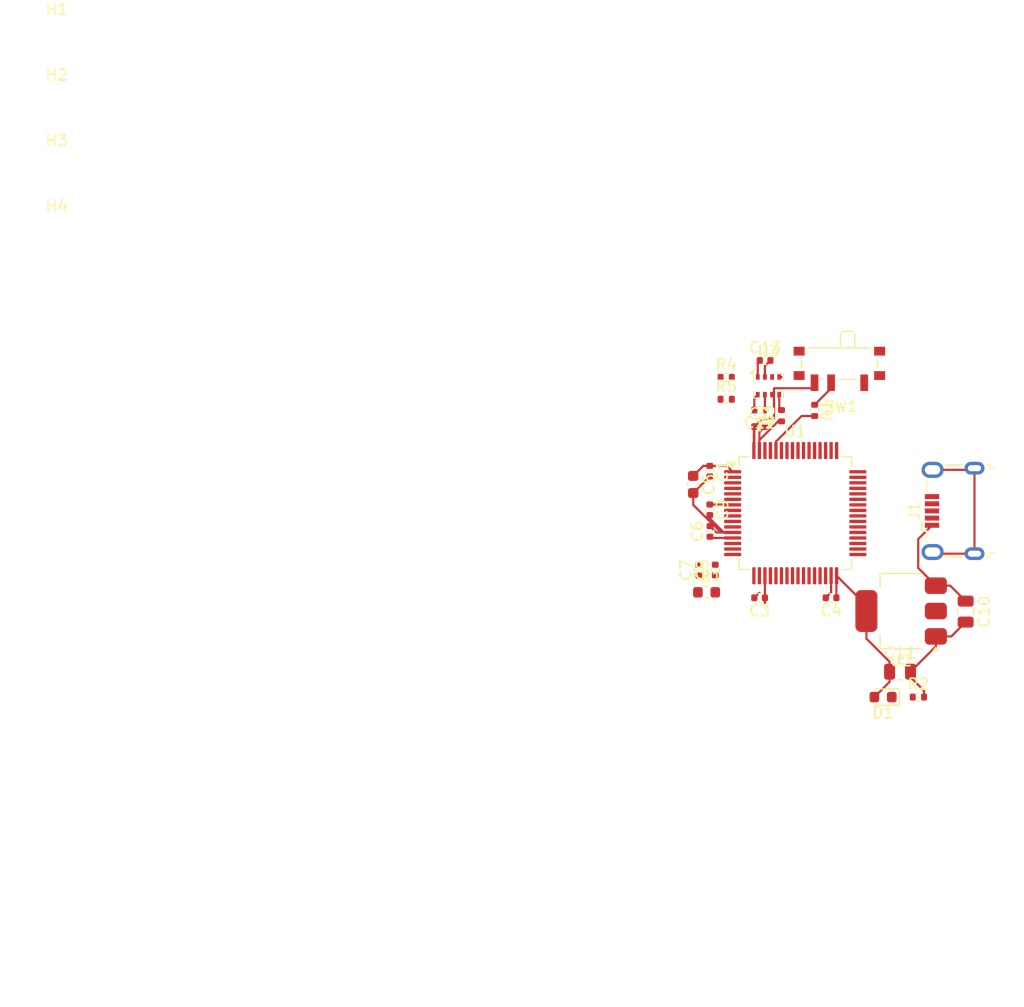
<source format=kicad_pcb>
(kicad_pcb (version 20241229) (generator "pcbnew") (generator_version "9.0")
  (layers (0 "F.Cu" signal) (2 "B.Cu" signal) (13 "F.Paste" user) (15 "B.Paste" user) (5 "F.SilkS" user "F.Silkscreen") (7 "B.SilkS" user "B.Silkscreen") (1 "F.Mask" user) (3 "B.Mask" user) (25 "Edge.Cuts" user))
  (net 0 "")
  (net 1 "GND")
  (net 2 "+3.3V")
  (net 3 "+3.3VA")
  (net 4 "/NRST")
  (net 5 "VBUS")
  (net 6 "Net-(D1-K)")
  (net 7 "/USB_OTG_FS_DM-")
  (net 8 "/USB_OTG_FS_DP+")
  (net 10 "/BOOT0")
  (net 11 "/SW_BOOT0")
  (net 12 "Net-(U3-SDO)")
  (net 13 "/I2C1_SCL")
  (net 14 "/I2C1_SDA")
  (footprint "Button_Switch_SMD:SW_SPDT_PCM12" (layer "F.Cu") (at 142.25 97.57 180)
    (property "Reference" "SW1" (at -0.14 -3.57 0) (layer "F.SilkS"))
    (property "Value" "SW_SPDT")
    (fp_line (start 3.45 0.72) (end 3.45 -0.07) (stroke (width 0.12)) (layer "F.SilkS"))
    (fp_line (start 1.4 -1.12) (end 1.6 -1.12) (stroke (width 0.12)) (layer "F.SilkS"))
    (fp_line (start -0.1 3.02) (end -0.1 1.73) (stroke (width 0.12)) (layer "F.SilkS"))
    (fp_line (start -0.1 3.02) (end -0.3 3.23) (stroke (width 0.12)) (layer "F.SilkS"))
    (fp_line (start -1.2 3.23) (end -0.3 3.23) (stroke (width 0.12)) (layer "F.SilkS"))
    (fp_line (start -1.4 3.02) (end -1.2 3.23) (stroke (width 0.12)) (layer "F.SilkS"))
    (fp_line (start -1.4 1.73) (end -1.4 3.02) (stroke (width 0.12)) (layer "F.SilkS"))
    (fp_line (start -1.6 -1.12) (end 0.1 -1.12) (stroke (width 0.12)) (layer "F.SilkS"))
    (fp_line (start -2.85 1.73) (end 2.85 1.73) (stroke (width 0.12)) (layer "F.SilkS"))
    (fp_line (start -3.45 -0.07) (end -3.45 0.72) (stroke (width 0.12)) (layer "F.SilkS"))
    (pad "" smd rect (at -3.65 -0.78 180) (size 1 0.8) (layers "F.Cu" "F.Mask" "F.Paste"))
    (pad "" smd rect (at -3.65 1.43 180) (size 1 0.8) (layers "F.Cu" "F.Mask" "F.Paste"))
    (pad "" np_thru_hole circle (at -1.5 0.33 180) (size 0.9 0.9) (drill 0.9) (layers "*.Cu" "*.Mask"))
    (pad "" np_thru_hole circle (at 1.5 0.33 180) (size 0.9 0.9) (drill 0.9) (layers "*.Cu" "*.Mask"))
    (pad "" smd rect (at 3.65 -0.78 180) (size 1 0.8) (layers "F.Cu" "F.Mask" "F.Paste"))
    (pad "" smd rect (at 3.65 1.43 180) (size 1 0.8) (layers "F.Cu" "F.Mask" "F.Paste"))
    (pad "1" smd rect (at -2.25 -1.43 180) (size 0.7 1.5) (layers "F.Cu" "F.Mask" "F.Paste") (net 1 "GND"))
    (pad "2" smd rect (at 0.75 -1.43 180) (size 0.7 1.5) (layers "F.Cu" "F.Mask" "F.Paste") (net 11 "/SW_BOOT0"))
    (pad "3" smd rect (at 2.25 -1.43 180) (size 0.7 1.5) (layers "F.Cu" "F.Mask" "F.Paste") (net 2 "+3.3V"))
  )
  (footprint "MountingHole:MountingHole_2.2mm_M2" (layer "F.Cu") (at 71.3 68.3)
    (property "Reference" "H1" (at 0 -3.15 0) (layer "F.SilkS"))
    (property "Value" "MountingHole")
    (pad "" np_thru_hole circle (at 0 0) (size 2.2 2.2) (drill 2.2) (layers "*.Cu" "*.Mask"))
  )
  (footprint "Capacitor_SMD:C_0402_1005Metric" (layer "F.Cu") (at 131 115.98 90)
    (property "Reference" "C8" (at 0 -1.16 90) (layer "F.SilkS"))
    (property "Value" "1u")
    (fp_line (start -0.107836 -0.36) (end 0.107836 -0.36) (stroke (width 0.12)) (layer "F.SilkS"))
    (fp_line (start -0.107836 0.36) (end 0.107836 0.36) (stroke (width 0.12)) (layer "F.SilkS"))
    (pad "1" smd roundrect (at -0.48 0 90) (size 0.56 0.62) (layers "F.Cu" "F.Mask" "F.Paste") (net 2 "+3.3V"))
    (pad "2" smd roundrect (at 0.48 0 90) (size 0.56 0.62) (layers "F.Cu" "F.Mask" "F.Paste") (net 1 "GND"))
  )
  (footprint "Capacitor_SMD:C_0603_1608Metric" (layer "F.Cu") (at 129 108.225 -90)
    (property "Reference" "C5" (at 0 -1.43 90) (layer "F.SilkS"))
    (property "Value" "10u")
    (fp_line (start -0.14058 0.51) (end 0.14058 0.51) (stroke (width 0.12)) (layer "F.SilkS"))
    (fp_line (start -0.14058 -0.51) (end 0.14058 -0.51) (stroke (width 0.12)) (layer "F.SilkS"))
    (pad "1" smd roundrect (at -0.775 0 270) (size 0.9 0.95) (layers "F.Cu" "F.Mask" "F.Paste") (net 2 "+3.3V"))
    (pad "2" smd roundrect (at 0.775 0 270) (size 0.9 0.95) (layers "F.Cu" "F.Mask" "F.Paste") (net 1 "GND"))
  )
  (footprint "Package_QFP:LQFP-64_10x10mm_P0.5mm" (layer "F.Cu") (at 138.25 110.825)
    (property "Reference" "U1" (at 0 -7.4 0) (layer "F.SilkS"))
    (property "Value" "STM32L476RGTx")
    (fp_line (start -5.11 -5.11) (end -5.11 -4.16) (stroke (width 0.12)) (layer "F.SilkS"))
    (fp_line (start -5.11 5.11) (end -5.11 4.16) (stroke (width 0.12)) (layer "F.SilkS"))
    (fp_line (start -4.16 -5.11) (end -5.11 -5.11) (stroke (width 0.12)) (layer "F.SilkS"))
    (fp_line (start -4.16 5.11) (end -5.11 5.11) (stroke (width 0.12)) (layer "F.SilkS"))
    (fp_line (start 4.16 -5.11) (end 5.11 -5.11) (stroke (width 0.12)) (layer "F.SilkS"))
    (fp_line (start 4.16 5.11) (end 5.11 5.11) (stroke (width 0.12)) (layer "F.SilkS"))
    (fp_line (start 5.11 -5.11) (end 5.11 -4.16) (stroke (width 0.12)) (layer "F.SilkS"))
    (fp_line (start 5.11 5.11) (end 5.11 4.16) (stroke (width 0.12)) (layer "F.SilkS"))
    (fp_poly (pts (xy -5.725 -4.16) (xy -6.065 -4.63) (xy -5.385 -4.63)) (stroke (width 0.12)) (fill yes) (layer "F.SilkS"))
    (pad "1" smd roundrect (at -5.675 -3.75) (size 1.55 0.3) (layers "F.Cu" "F.Mask" "F.Paste") (net 2 "+3.3V"))
    (pad "2" smd roundrect (at -5.675 -3.25) (size 1.55 0.3) (layers "F.Cu" "F.Mask" "F.Paste"))
    (pad "3" smd roundrect (at -5.675 -2.75) (size 1.55 0.3) (layers "F.Cu" "F.Mask" "F.Paste"))
    (pad "4" smd roundrect (at -5.675 -2.25) (size 1.55 0.3) (layers "F.Cu" "F.Mask" "F.Paste"))
    (pad "5" smd roundrect (at -5.675 -1.75) (size 1.55 0.3) (layers "F.Cu" "F.Mask" "F.Paste"))
    (pad "6" smd roundrect (at -5.675 -1.25) (size 1.55 0.3) (layers "F.Cu" "F.Mask" "F.Paste"))
    (pad "7" smd roundrect (at -5.675 -0.75) (size 1.55 0.3) (layers "F.Cu" "F.Mask" "F.Paste") (net 4 "/NRST"))
    (pad "8" smd roundrect (at -5.675 -0.25) (size 1.55 0.3) (layers "F.Cu" "F.Mask" "F.Paste"))
    (pad "9" smd roundrect (at -5.675 0.25) (size 1.55 0.3) (layers "F.Cu" "F.Mask" "F.Paste"))
    (pad "10" smd roundrect (at -5.675 0.75) (size 1.55 0.3) (layers "F.Cu" "F.Mask" "F.Paste"))
    (pad "11" smd roundrect (at -5.675 1.25) (size 1.55 0.3) (layers "F.Cu" "F.Mask" "F.Paste"))
    (pad "12" smd roundrect (at -5.675 1.75) (size 1.55 0.3) (layers "F.Cu" "F.Mask" "F.Paste") (net 1 "GND"))
    (pad "13" smd roundrect (at -5.675 2.25) (size 1.55 0.3) (layers "F.Cu" "F.Mask" "F.Paste") (net 3 "+3.3VA"))
    (pad "14" smd roundrect (at -5.675 2.75) (size 1.55 0.3) (layers "F.Cu" "F.Mask" "F.Paste"))
    (pad "15" smd roundrect (at -5.675 3.25) (size 1.55 0.3) (layers "F.Cu" "F.Mask" "F.Paste"))
    (pad "16" smd roundrect (at -5.675 3.75) (size 1.55 0.3) (layers "F.Cu" "F.Mask" "F.Paste"))
    (pad "17" smd roundrect (at -3.75 5.675) (size 0.3 1.55) (layers "F.Cu" "F.Mask" "F.Paste"))
    (pad "18" smd roundrect (at -3.25 5.675) (size 0.3 1.55) (layers "F.Cu" "F.Mask" "F.Paste") (net 1 "GND"))
    (pad "19" smd roundrect (at -2.75 5.675) (size 0.3 1.55) (layers "F.Cu" "F.Mask" "F.Paste") (net 2 "+3.3V"))
    (pad "20" smd roundrect (at -2.25 5.675) (size 0.3 1.55) (layers "F.Cu" "F.Mask" "F.Paste"))
    (pad "21" smd roundrect (at -1.75 5.675) (size 0.3 1.55) (layers "F.Cu" "F.Mask" "F.Paste"))
    (pad "22" smd roundrect (at -1.25 5.675) (size 0.3 1.55) (layers "F.Cu" "F.Mask" "F.Paste"))
    (pad "23" smd roundrect (at -0.75 5.675) (size 0.3 1.55) (layers "F.Cu" "F.Mask" "F.Paste"))
    (pad "24" smd roundrect (at -0.25 5.675) (size 0.3 1.55) (layers "F.Cu" "F.Mask" "F.Paste"))
    (pad "25" smd roundrect (at 0.25 5.675) (size 0.3 1.55) (layers "F.Cu" "F.Mask" "F.Paste"))
    (pad "26" smd roundrect (at 0.75 5.675) (size 0.3 1.55) (layers "F.Cu" "F.Mask" "F.Paste"))
    (pad "27" smd roundrect (at 1.25 5.675) (size 0.3 1.55) (layers "F.Cu" "F.Mask" "F.Paste"))
    (pad "28" smd roundrect (at 1.75 5.675) (size 0.3 1.55) (layers "F.Cu" "F.Mask" "F.Paste"))
    (pad "29" smd roundrect (at 2.25 5.675) (size 0.3 1.55) (layers "F.Cu" "F.Mask" "F.Paste"))
    (pad "30" smd roundrect (at 2.75 5.675) (size 0.3 1.55) (layers "F.Cu" "F.Mask" "F.Paste"))
    (pad "31" smd roundrect (at 3.25 5.675) (size 0.3 1.55) (layers "F.Cu" "F.Mask" "F.Paste") (net 1 "GND"))
    (pad "32" smd roundrect (at 3.75 5.675) (size 0.3 1.55) (layers "F.Cu" "F.Mask" "F.Paste") (net 2 "+3.3V"))
    (pad "33" smd roundrect (at 5.675 3.75) (size 1.55 0.3) (layers "F.Cu" "F.Mask" "F.Paste"))
    (pad "34" smd roundrect (at 5.675 3.25) (size 1.55 0.3) (layers "F.Cu" "F.Mask" "F.Paste"))
    (pad "35" smd roundrect (at 5.675 2.75) (size 1.55 0.3) (layers "F.Cu" "F.Mask" "F.Paste"))
    (pad "36" smd roundrect (at 5.675 2.25) (size 1.55 0.3) (layers "F.Cu" "F.Mask" "F.Paste"))
    (pad "37" smd roundrect (at 5.675 1.75) (size 1.55 0.3) (layers "F.Cu" "F.Mask" "F.Paste"))
    (pad "38" smd roundrect (at 5.675 1.25) (size 1.55 0.3) (layers "F.Cu" "F.Mask" "F.Paste"))
    (pad "39" smd roundrect (at 5.675 0.75) (size 1.55 0.3) (layers "F.Cu" "F.Mask" "F.Paste"))
    (pad "40" smd roundrect (at 5.675 0.25) (size 1.55 0.3) (layers "F.Cu" "F.Mask" "F.Paste"))
    (pad "41" smd roundrect (at 5.675 -0.25) (size 1.55 0.3) (layers "F.Cu" "F.Mask" "F.Paste"))
    (pad "42" smd roundrect (at 5.675 -0.75) (size 1.55 0.3) (layers "F.Cu" "F.Mask" "F.Paste"))
    (pad "43" smd roundrect (at 5.675 -1.25) (size 1.55 0.3) (layers "F.Cu" "F.Mask" "F.Paste"))
    (pad "44" smd roundrect (at 5.675 -1.75) (size 1.55 0.3) (layers "F.Cu" "F.Mask" "F.Paste") (net 7 "/USB_OTG_FS_DM-"))
    (pad "45" smd roundrect (at 5.675 -2.25) (size 1.55 0.3) (layers "F.Cu" "F.Mask" "F.Paste") (net 8 "/USB_OTG_FS_DP+"))
    (pad "46" smd roundrect (at 5.675 -2.75) (size 1.55 0.3) (layers "F.Cu" "F.Mask" "F.Paste"))
    (pad "47" smd roundrect (at 5.675 -3.25) (size 1.55 0.3) (layers "F.Cu" "F.Mask" "F.Paste") (net 1 "GND"))
    (pad "48" smd roundrect (at 5.675 -3.75) (size 1.55 0.3) (layers "F.Cu" "F.Mask" "F.Paste"))
    (pad "49" smd roundrect (at 3.75 -5.675) (size 0.3 1.55) (layers "F.Cu" "F.Mask" "F.Paste"))
    (pad "50" smd roundrect (at 3.25 -5.675) (size 0.3 1.55) (layers "F.Cu" "F.Mask" "F.Paste"))
    (pad "51" smd roundrect (at 2.75 -5.675) (size 0.3 1.55) (layers "F.Cu" "F.Mask" "F.Paste"))
    (pad "52" smd roundrect (at 2.25 -5.675) (size 0.3 1.55) (layers "F.Cu" "F.Mask" "F.Paste"))
    (pad "53" smd roundrect (at 1.75 -5.675) (size 0.3 1.55) (layers "F.Cu" "F.Mask" "F.Paste"))
    (pad "54" smd roundrect (at 1.25 -5.675) (size 0.3 1.55) (layers "F.Cu" "F.Mask" "F.Paste"))
    (pad "55" smd roundrect (at 0.75 -5.675) (size 0.3 1.55) (layers "F.Cu" "F.Mask" "F.Paste"))
    (pad "56" smd roundrect (at 0.25 -5.675) (size 0.3 1.55) (layers "F.Cu" "F.Mask" "F.Paste"))
    (pad "57" smd roundrect (at -0.25 -5.675) (size 0.3 1.55) (layers "F.Cu" "F.Mask" "F.Paste"))
    (pad "58" smd roundrect (at -0.75 -5.675) (size 0.3 1.55) (layers "F.Cu" "F.Mask" "F.Paste") (net 13 "/I2C1_SCL"))
    (pad "59" smd roundrect (at -1.25 -5.675) (size 0.3 1.55) (layers "F.Cu" "F.Mask" "F.Paste") (net 14 "/I2C1_SDA"))
    (pad "60" smd roundrect (at -1.75 -5.675) (size 0.3 1.55) (layers "F.Cu" "F.Mask" "F.Paste") (net 10 "/BOOT0"))
    (pad "61" smd roundrect (at -2.25 -5.675) (size 0.3 1.55) (layers "F.Cu" "F.Mask" "F.Paste"))
    (pad "62" smd roundrect (at -2.75 -5.675) (size 0.3 1.55) (layers "F.Cu" "F.Mask" "F.Paste"))
    (pad "63" smd roundrect (at -3.25 -5.675) (size 0.3 1.55) (layers "F.Cu" "F.Mask" "F.Paste") (net 1 "GND"))
    (pad "64" smd roundrect (at -3.75 -5.675) (size 0.3 1.55) (layers "F.Cu" "F.Mask" "F.Paste") (net 2 "+3.3V"))
  )
  (footprint "MountingHole:MountingHole_2.2mm_M2" (layer "F.Cu") (at 71.3 86.15)
    (property "Reference" "H4" (at 0 -3.15 0) (layer "F.SilkS"))
    (property "Value" "MountingHole")
    (pad "" np_thru_hole circle (at 0 0) (size 2.2 2.2) (drill 2.2) (layers "*.Cu" "*.Mask"))
  )
  (footprint "Capacitor_SMD:C_0402_1005Metric" (layer "F.Cu") (at 135.52 96.98)
    (property "Reference" "C13" (at 0 -1.16 0) (layer "F.SilkS"))
    (property "Value" "100n")
    (fp_line (start -0.107836 -0.36) (end 0.107836 -0.36) (stroke (width 0.12)) (layer "F.SilkS"))
    (fp_line (start -0.107836 0.36) (end 0.107836 0.36) (stroke (width 0.12)) (layer "F.SilkS"))
    (pad "1" smd roundrect (at -0.48 0) (size 0.56 0.62) (layers "F.Cu" "F.Mask" "F.Paste") (net 1 "GND"))
    (pad "2" smd roundrect (at 0.48 0) (size 0.56 0.62) (layers "F.Cu" "F.Mask" "F.Paste") (net 2 "+3.3V"))
  )
  (footprint "LED_SMD:LED_0603_1608Metric" (layer "F.Cu") (at 146.2125 127.5 180)
    (property "Reference" "D1" (at 0 -1.43 0) (layer "F.SilkS"))
    (property "Value" "RED")
    (fp_line (start 0.8 -0.735) (end -1.485 -0.735) (stroke (width 0.12)) (layer "F.SilkS"))
    (fp_line (start -1.485 0.735) (end 0.8 0.735) (stroke (width 0.12)) (layer "F.SilkS"))
    (fp_line (start -1.485 -0.735) (end -1.485 0.735) (stroke (width 0.12)) (layer "F.SilkS"))
    (pad "1" smd roundrect (at -0.7875 0 180) (size 0.875 0.95) (layers "F.Cu" "F.Mask" "F.Paste") (net 6 "Net-(D1-K)"))
    (pad "2" smd roundrect (at 0.7875 0 180) (size 0.875 0.95) (layers "F.Cu" "F.Mask" "F.Paste") (net 2 "+3.3V"))
  )
  (footprint "Capacitor_SMD:C_0402_1005Metric" (layer "F.Cu") (at 135.02 101.48 180)
    (property "Reference" "C12" (at 0 -1.16 0) (layer "F.SilkS"))
    (property "Value" "100n")
    (fp_line (start -0.107836 0.36) (end 0.107836 0.36) (stroke (width 0.12)) (layer "F.SilkS"))
    (fp_line (start -0.107836 -0.36) (end 0.107836 -0.36) (stroke (width 0.12)) (layer "F.SilkS"))
    (pad "1" smd roundrect (at -0.48 0 180) (size 0.56 0.62) (layers "F.Cu" "F.Mask" "F.Paste") (net 1 "GND"))
    (pad "2" smd roundrect (at 0.48 0 180) (size 0.56 0.62) (layers "F.Cu" "F.Mask" "F.Paste") (net 2 "+3.3V"))
  )
  (footprint "Capacitor_SMD:C_0402_1005Metric" (layer "F.Cu") (at 135.02 118.5 180)
    (property "Reference" "C3" (at 0 -1.16 0) (layer "F.SilkS"))
    (property "Value" "100n")
    (fp_line (start -0.107836 0.36) (end 0.107836 0.36) (stroke (width 0.12)) (layer "F.SilkS"))
    (fp_line (start -0.107836 -0.36) (end 0.107836 -0.36) (stroke (width 0.12)) (layer "F.SilkS"))
    (pad "1" smd roundrect (at -0.48 0 180) (size 0.56 0.62) (layers "F.Cu" "F.Mask" "F.Paste") (net 2 "+3.3V"))
    (pad "2" smd roundrect (at 0.48 0 180) (size 0.56 0.62) (layers "F.Cu" "F.Mask" "F.Paste") (net 1 "GND"))
  )
  (footprint "Resistor_SMD:R_0402_1005Metric" (layer "F.Cu") (at 131.99 100.5)
    (property "Reference" "R5" (at 0 -1.17 0) (layer "F.SilkS"))
    (property "Value" "10k")
    (fp_line (start -0.153641 -0.38) (end 0.153641 -0.38) (stroke (width 0.12)) (layer "F.SilkS"))
    (fp_line (start -0.153641 0.38) (end 0.153641 0.38) (stroke (width 0.12)) (layer "F.SilkS"))
    (pad "1" smd roundrect (at -0.51 0) (size 0.54 0.64) (layers "F.Cu" "F.Mask" "F.Paste") (net 14 "/I2C1_SDA"))
    (pad "2" smd roundrect (at 0.51 0) (size 0.54 0.64) (layers "F.Cu" "F.Mask" "F.Paste") (net 2 "+3.3V"))
  )
  (footprint "Capacitor_SMD:C_0402_1005Metric" (layer "F.Cu") (at 130.5 107.02 -90)
    (property "Reference" "C1" (at 0 -1.16 90) (layer "F.SilkS"))
    (property "Value" "100n")
    (fp_line (start -0.107836 0.36) (end 0.107836 0.36) (stroke (width 0.12)) (layer "F.SilkS"))
    (fp_line (start -0.107836 -0.36) (end 0.107836 -0.36) (stroke (width 0.12)) (layer "F.SilkS"))
    (pad "1" smd roundrect (at -0.48 0 270) (size 0.56 0.62) (layers "F.Cu" "F.Mask" "F.Paste") (net 2 "+3.3V"))
    (pad "2" smd roundrect (at 0.48 0 270) (size 0.56 0.62) (layers "F.Cu" "F.Mask" "F.Paste") (net 1 "GND"))
  )
  (footprint "Capacitor_SMD:C_0402_1005Metric" (layer "F.Cu") (at 141.5 118.5 180)
    (property "Reference" "C4" (at 0 -1.16 0) (layer "F.SilkS"))
    (property "Value" "100n")
    (fp_line (start -0.107836 0.36) (end 0.107836 0.36) (stroke (width 0.12)) (layer "F.SilkS"))
    (fp_line (start -0.107836 -0.36) (end 0.107836 -0.36) (stroke (width 0.12)) (layer "F.SilkS"))
    (pad "1" smd roundrect (at -0.48 0 180) (size 0.56 0.62) (layers "F.Cu" "F.Mask" "F.Paste") (net 2 "+3.3V"))
    (pad "2" smd roundrect (at 0.48 0 180) (size 0.56 0.62) (layers "F.Cu" "F.Mask" "F.Paste") (net 1 "GND"))
  )
  (footprint "Capacitor_SMD:C_0402_1005Metric" (layer "F.Cu") (at 130.52 112.48 90)
    (property "Reference" "C6" (at 0 -1.16 90) (layer "F.SilkS"))
    (property "Value" "10n")
    (fp_line (start -0.107836 -0.36) (end 0.107836 -0.36) (stroke (width 0.12)) (layer "F.SilkS"))
    (fp_line (start -0.107836 0.36) (end 0.107836 0.36) (stroke (width 0.12)) (layer "F.SilkS"))
    (pad "1" smd roundrect (at -0.48 0 90) (size 0.56 0.62) (layers "F.Cu" "F.Mask" "F.Paste") (net 3 "+3.3VA"))
    (pad "2" smd roundrect (at 0.48 0 90) (size 0.56 0.62) (layers "F.Cu" "F.Mask" "F.Paste") (net 1 "GND"))
  )
  (footprint "Capacitor_SMD:C_0402_1005Metric" (layer "F.Cu") (at 130.5 110.52 -90)
    (property "Reference" "C9" (at 0 -1.16 90) (layer "F.SilkS"))
    (property "Value" "100n")
    (fp_line (start -0.107836 0.36) (end 0.107836 0.36) (stroke (width 0.12)) (layer "F.SilkS"))
    (fp_line (start -0.107836 -0.36) (end 0.107836 -0.36) (stroke (width 0.12)) (layer "F.SilkS"))
    (pad "1" smd roundrect (at -0.48 0 270) (size 0.56 0.62) (layers "F.Cu" "F.Mask" "F.Paste") (net 4 "/NRST"))
    (pad "2" smd roundrect (at 0.48 0 270) (size 0.56 0.62) (layers "F.Cu" "F.Mask" "F.Paste") (net 1 "GND"))
  )
  (footprint "Resistor_SMD:R_0402_1005Metric" (layer "F.Cu") (at 131.99 98.51)
    (property "Reference" "R4" (at 0 -1.17 0) (layer "F.SilkS"))
    (property "Value" "10k")
    (fp_line (start -0.153641 -0.38) (end 0.153641 -0.38) (stroke (width 0.12)) (layer "F.SilkS"))
    (fp_line (start -0.153641 0.38) (end 0.153641 0.38) (stroke (width 0.12)) (layer "F.SilkS"))
    (pad "1" smd roundrect (at -0.51 0) (size 0.54 0.64) (layers "F.Cu" "F.Mask" "F.Paste") (net 13 "/I2C1_SCL"))
    (pad "2" smd roundrect (at 0.51 0) (size 0.54 0.64) (layers "F.Cu" "F.Mask" "F.Paste") (net 2 "+3.3V"))
  )
  (footprint "Connector_USB:USB_Micro-B_Wuerth_629105150521" (layer "F.Cu") (at 152.55 110.625 90)
    (property "Reference" "J1" (at 0 -3.5 90) (layer "F.SilkS"))
    (property "Value" "USB_B_Micro")
    (fp_line (start -1.075 -2.825) (end -1.8 -2.825) (stroke (width 0.15)) (layer "F.SilkS"))
    (fp_line (start -1.8 -2.825) (end -1.8 -2.4) (stroke (width 0.15)) (layer "F.SilkS"))
    (fp_line (start 1.8 -2.4) (end 2.8 -2.4) (stroke (width 0.15)) (layer "F.SilkS"))
    (fp_line (start -1.8 -2.4) (end -2.8 -2.4) (stroke (width 0.15)) (layer "F.SilkS"))
    (fp_line (start -4.15 -0.65) (end -4.15 0.75) (stroke (width 0.15)) (layer "F.SilkS"))
    (fp_line (start 4.15 0.75) (end 4.15 -0.65) (stroke (width 0.15)) (layer "F.SilkS"))
    (fp_line (start -4.15 3.15) (end -4.15 3.3) (stroke (width 0.15)) (layer "F.SilkS"))
    (fp_line (start 4.15 3.3) (end 4.15 3.15) (stroke (width 0.15)) (layer "F.SilkS"))
    (fp_line (start 3.85 3.3) (end 4.15 3.3) (stroke (width 0.15)) (layer "F.SilkS"))
    (fp_line (start -3.85 3.3) (end -3.85 3.75) (stroke (width 0.15)) (layer "F.SilkS"))
    (fp_line (start -4.15 3.3) (end -3.85 3.3) (stroke (width 0.15)) (layer "F.SilkS"))
    (fp_line (start 3.85 3.75) (end 3.85 3.3) (stroke (width 0.15)) (layer "F.SilkS"))
    (pad "" np_thru_hole oval (at -2.5 -0.8 90) (size 0.8 0.8) (drill 0.8) (layers "*.Cu" "*.Mask"))
    (pad "" np_thru_hole oval (at 2.5 -0.8 90) (size 0.8 0.8) (drill 0.8) (layers "*.Cu" "*.Mask"))
    (pad "1" smd rect (at -1.3 -1.9 90) (size 0.45 1.3) (layers "F.Cu" "F.Mask" "F.Paste") (net 5 "VBUS"))
    (pad "2" smd rect (at -0.65 -1.9 90) (size 0.45 1.3) (layers "F.Cu" "F.Mask" "F.Paste") (net 7 "/USB_OTG_FS_DM-"))
    (pad "3" smd rect (at 0 -1.9 90) (size 0.45 1.3) (layers "F.Cu" "F.Mask" "F.Paste") (net 8 "/USB_OTG_FS_DP+"))
    (pad "4" smd rect (at 0.65 -1.9 90) (size 0.45 1.3) (layers "F.Cu" "F.Mask" "F.Paste"))
    (pad "5" smd rect (at 1.3 -1.9 90) (size 0.45 1.3) (layers "F.Cu" "F.Mask" "F.Paste") (net 1 "GND"))
    (pad "6" thru_hole oval (at -3.875 1.95 90) (size 1.15 1.8) (drill oval 0.55 1.2) (property pad_prop_heatsink) (layers "*.Cu" "*.Mask") (net 1 "GND"))
    (pad "6" thru_hole oval (at -3.725 -1.85 90) (size 1.45 2) (drill oval 0.85 1.4) (property pad_prop_heatsink) (layers "*.Cu" "*.Mask") (net 1 "GND"))
    (pad "6" thru_hole oval (at 3.725 -1.85 90) (size 1.45 2) (drill oval 0.85 1.4) (property pad_prop_heatsink) (layers "*.Cu" "*.Mask") (net 1 "GND"))
    (pad "6" thru_hole oval (at 3.875 1.95 90) (size 1.15 1.8) (drill oval 0.55 1.2) (property pad_prop_heatsink) (layers "*.Cu" "*.Mask") (net 1 "GND"))
  )
  (footprint "MountingHole:MountingHole_2.2mm_M2" (layer "F.Cu") (at 71.3 74.25)
    (property "Reference" "H2" (at 0 -3.15 0) (layer "F.SilkS"))
    (property "Value" "MountingHole")
    (pad "" np_thru_hole circle (at 0 0) (size 2.2 2.2) (drill 2.2) (layers "*.Cu" "*.Mask"))
  )
  (footprint "MountingHole:MountingHole_2.2mm_M2" (layer "F.Cu") (at 71.3 80.2)
    (property "Reference" "H3" (at 0 -3.15 0) (layer "F.SilkS"))
    (property "Value" "MountingHole")
    (pad "" np_thru_hole circle (at 0 0) (size 2.2 2.2) (drill 2.2) (layers "*.Cu" "*.Mask"))
  )
  (footprint "Capacitor_SMD:C_0402_1005Metric" (layer "F.Cu") (at 129.5 116 90)
    (property "Reference" "C7" (at 0 -1.16 90) (layer "F.SilkS"))
    (property "Value" "1u")
    (fp_line (start -0.107836 -0.36) (end 0.107836 -0.36) (stroke (width 0.12)) (layer "F.SilkS"))
    (fp_line (start -0.107836 0.36) (end 0.107836 0.36) (stroke (width 0.12)) (layer "F.SilkS"))
    (pad "1" smd roundrect (at -0.48 0 90) (size 0.56 0.62) (layers "F.Cu" "F.Mask" "F.Paste") (net 3 "+3.3VA"))
    (pad "2" smd roundrect (at 0.48 0 90) (size 0.56 0.62) (layers "F.Cu" "F.Mask" "F.Paste") (net 1 "GND"))
  )
  (footprint "Capacitor_SMD:C_0805_2012Metric" (layer "F.Cu") (at 153.7 119.75 -90)
    (property "Reference" "C10" (at 0 -1.68 90) (layer "F.SilkS"))
    (property "Value" "22u")
    (fp_line (start -0.261252 0.735) (end 0.261252 0.735) (stroke (width 0.12)) (layer "F.SilkS"))
    (fp_line (start -0.261252 -0.735) (end 0.261252 -0.735) (stroke (width 0.12)) (layer "F.SilkS"))
    (pad "1" smd roundrect (at -0.95 0 270) (size 1 1.45) (layers "F.Cu" "F.Mask" "F.Paste") (net 5 "VBUS"))
    (pad "2" smd roundrect (at 0.95 0 270) (size 1 1.45) (layers "F.Cu" "F.Mask" "F.Paste") (net 1 "GND"))
  )
  (footprint "Capacitor_SMD:C_0805_2012Metric" (layer "F.Cu") (at 147.75 125.2)
    (property "Reference" "C11" (at 0 -1.68 0) (layer "F.SilkS"))
    (property "Value" "22u")
    (fp_line (start -0.261252 -0.735) (end 0.261252 -0.735) (stroke (width 0.12)) (layer "F.SilkS"))
    (fp_line (start -0.261252 0.735) (end 0.261252 0.735) (stroke (width 0.12)) (layer "F.SilkS"))
    (pad "1" smd roundrect (at -0.95 0) (size 1 1.45) (layers "F.Cu" "F.Mask" "F.Paste") (net 2 "+3.3V"))
    (pad "2" smd roundrect (at 0.95 0) (size 1 1.45) (layers "F.Cu" "F.Mask" "F.Paste") (net 1 "GND"))
  )
  (footprint "Package_TO_SOT_SMD:SOT-223-3_TabPin2" (layer "F.Cu") (at 147.85 119.7 180)
    (property "Reference" "U2" (at 0 -4.5 0) (layer "F.SilkS"))
    (property "Value" "AMS1117-3.3")
    (fp_line (start 1.91 3.41) (end 1.91 2.15) (stroke (width 0.12)) (layer "F.SilkS"))
    (fp_line (start 1.91 -3.41) (end 1.91 -2.15) (stroke (width 0.12)) (layer "F.SilkS"))
    (fp_line (start -1.85 3.41) (end 1.91 3.41) (stroke (width 0.12)) (layer "F.SilkS"))
    (fp_line (start -1.85 -3.41) (end 1.91 -3.41) (stroke (width 0.12)) (layer "F.SilkS"))
    (fp_poly (pts (xy -3.13 -3.31) (xy -3.37 -3.64) (xy -2.89 -3.64) (xy -3.13 -3.31)) (stroke (width 0.12)) (fill yes) (layer "F.SilkS"))
    (pad "1" smd roundrect (at -3.15 -2.3 180) (size 2 1.5) (layers "F.Cu" "F.Mask" "F.Paste") (net 1 "GND"))
    (pad "2" smd roundrect (at -3.15 0 180) (size 2 1.5) (layers "F.Cu" "F.Mask" "F.Paste") (net 2 "+3.3V"))
    (pad "2" smd roundrect (at 3.15 0 180) (size 2 3.8) (layers "F.Cu" "F.Mask" "F.Paste") (net 2 "+3.3V"))
    (pad "3" smd roundrect (at -3.15 2.3 180) (size 2 1.5) (layers "F.Cu" "F.Mask" "F.Paste") (net 5 "VBUS"))
  )
  (footprint "Resistor_SMD:R_0402_1005Metric" (layer "F.Cu") (at 137 101.99 90)
    (property "Reference" "R3" (at 0 -1.17 90) (layer "F.SilkS"))
    (property "Value" "10k")
    (fp_line (start -0.153641 -0.38) (end 0.153641 -0.38) (stroke (width 0.12)) (layer "F.SilkS"))
    (fp_line (start -0.153641 0.38) (end 0.153641 0.38) (stroke (width 0.12)) (layer "F.SilkS"))
    (pad "1" smd roundrect (at -0.51 0 90) (size 0.54 0.64) (layers "F.Cu" "F.Mask" "F.Paste") (net 1 "GND"))
    (pad "2" smd roundrect (at 0.51 0 90) (size 0.54 0.64) (layers "F.Cu" "F.Mask" "F.Paste") (net 12 "Net-(U3-SDO)"))
  )
  (footprint "Resistor_SMD:R_0402_1005Metric" (layer "F.Cu") (at 149.415 127.5)
    (property "Reference" "R2" (at 0 -1.17 0) (layer "F.SilkS"))
    (property "Value" "1k")
    (fp_line (start -0.153641 -0.38) (end 0.153641 -0.38) (stroke (width 0.12)) (layer "F.SilkS"))
    (fp_line (start -0.153641 0.38) (end 0.153641 0.38) (stroke (width 0.12)) (layer "F.SilkS"))
    (pad "1" smd roundrect (at -0.51 0) (size 0.54 0.64) (layers "F.Cu" "F.Mask" "F.Paste") (net 6 "Net-(D1-K)"))
    (pad "2" smd roundrect (at 0.51 0) (size 0.54 0.64) (layers "F.Cu" "F.Mask" "F.Paste") (net 1 "GND"))
  )
  (footprint "Capacitor_SMD:C_0402_1005Metric" (layer "F.Cu") (at 135.02 102.98)
    (property "Reference" "C2" (at 0 -1.16 0) (layer "F.SilkS"))
    (property "Value" "100n")
    (fp_line (start -0.107836 -0.36) (end 0.107836 -0.36) (stroke (width 0.12)) (layer "F.SilkS"))
    (fp_line (start -0.107836 0.36) (end 0.107836 0.36) (stroke (width 0.12)) (layer "F.SilkS"))
    (pad "1" smd roundrect (at -0.48 0) (size 0.56 0.62) (layers "F.Cu" "F.Mask" "F.Paste") (net 2 "+3.3V"))
    (pad "2" smd roundrect (at 0.48 0) (size 0.56 0.62) (layers "F.Cu" "F.Mask" "F.Paste") (net 1 "GND"))
  )
  (footprint "Package_LGA:Bosch_LGA-8_2x2.5mm_P0.65mm_ClockwisePinNumbering" (layer "F.Cu") (at 135.825 99.28)
    (property "Reference" "U3" (at 0 -3.1 0) (layer "F.SilkS"))
    (property "Value" "BMP280")
    (fp_line (start -1.35 -0.46) (end -1.35 -0.9) (stroke (width 0.1)) (layer "F.SilkS"))
    (fp_line (start -1.35 1.1) (end -1.35 0.46) (stroke (width 0.1)) (layer "F.SilkS"))
    (fp_line (start -1.35 1.1) (end -1.2 1.1) (stroke (width 0.1)) (layer "F.SilkS"))
    (fp_line (start 1.075 1.075) (end 1.225 1.075) (stroke (width 0.1)) (layer "F.SilkS"))
    (fp_line (start 1.2 -1.1) (end 1.35 -1.1) (stroke (width 0.1)) (layer "F.SilkS"))
    (fp_line (start 1.35 -0.46) (end 1.35 -1.1) (stroke (width 0.1)) (layer "F.SilkS"))
    (fp_line (start 1.35 1.1) (end 1.35 0.46) (stroke (width 0.1)) (layer "F.SilkS"))
    (fp_poly (pts (xy -1.35 -1.1) (xy -1.71 -1.1) (xy -1.35 -1.46) (xy -1.35 -1.1)) (stroke (width 0.1)) (fill yes) (layer "F.SilkS"))
    (pad "1" smd rect (at -0.975 -0.8 90) (size 0.5 0.35) (layers "F.Cu" "F.Mask" "F.Paste") (net 1 "GND"))
    (pad "2" smd rect (at -0.325 -0.8 90) (size 0.5 0.35) (layers "F.Cu" "F.Mask" "F.Paste") (net 2 "+3.3V"))
    (pad "3" smd rect (at 0.325 -0.8 90) (size 0.5 0.35) (layers "F.Cu" "F.Mask" "F.Paste") (net 14 "/I2C1_SDA"))
    (pad "4" smd rect (at 0.975 -0.8 90) (size 0.5 0.35) (layers "F.Cu" "F.Mask" "F.Paste") (net 13 "/I2C1_SCL"))
    (pad "5" smd rect (at 0.975 0.8 90) (size 0.5 0.35) (layers "F.Cu" "F.Mask" "F.Paste") (net 12 "Net-(U3-SDO)"))
    (pad "6" smd rect (at 0.325 0.8 90) (size 0.5 0.35) (layers "F.Cu" "F.Mask" "F.Paste") (net 2 "+3.3V"))
    (pad "7" smd rect (at -0.325 0.8 90) (size 0.5 0.35) (layers "F.Cu" "F.Mask" "F.Paste") (net 1 "GND"))
    (pad "8" smd rect (at -0.975 0.8 90) (size 0.5 0.35) (layers "F.Cu" "F.Mask" "F.Paste") (net 2 "+3.3V"))
  )
  (footprint "Resistor_SMD:R_0402_1005Metric" (layer "F.Cu") (at 140.01 101.51 -90)
    (property "Reference" "R1" (at 0 -1.17 90) (layer "F.SilkS"))
    (property "Value" "10k")
    (fp_line (start -0.153641 0.38) (end 0.153641 0.38) (stroke (width 0.12)) (layer "F.SilkS"))
    (fp_line (start -0.153641 -0.38) (end 0.153641 -0.38) (stroke (width 0.12)) (layer "F.SilkS"))
    (pad "1" smd roundrect (at -0.51 0 270) (size 0.54 0.64) (layers "F.Cu" "F.Mask" "F.Paste") (net 11 "/SW_BOOT0"))
    (pad "2" smd roundrect (at 0.51 0 270) (size 0.54 0.64) (layers "F.Cu" "F.Mask" "F.Paste") (net 10 "/BOOT0"))
  )
  (footprint "Inductor_SMD:L_0603_1608Metric" (layer "F.Cu") (at 130.2125 118)
    (property "Reference" "FB1" (at 0 -1.43 0) (layer "F.SilkS"))
    (property "Value" "120R")
    (fp_line (start -0.162779 -0.51) (end 0.162779 -0.51) (stroke (width 0.12)) (layer "F.SilkS"))
    (fp_line (start -0.162779 0.51) (end 0.162779 0.51) (stroke (width 0.12)) (layer "F.SilkS"))
    (pad "1" smd roundrect (at -0.7875 0) (size 0.875 0.95) (layers "F.Cu" "F.Mask" "F.Paste") (net 3 "+3.3VA"))
    (pad "2" smd roundrect (at 0.7875 0) (size 0.875 0.95) (layers "F.Cu" "F.Mask" "F.Paste") (net 2 "+3.3V"))
  )
  (segment (start 148.7 125.7) (end 149.925 126.925) (width 0.2) (layer "F.Cu") (net 1))
  (segment (start 149.925 126.925) (end 149.925 127.5) (width 0.2) (layer "F.Cu") (net 1))
  (segment (start 130.5 111) (end 130.5 111.308824) (width 0.2) (layer "F.Cu") (net 1))
  (segment (start 148.7 125.2) (end 148.7 125.7) (width 0.2) (layer "F.Cu") (net 1))
  (segment (start 134.54 118.5) (end 135 118.04) (width 0.2) (layer "F.Cu") (net 1))
  (segment (start 134.85 97.17) (end 135.04 96.98) (width 0.2) (layer "F.Cu") (net 1))
  (segment (start 154.5 114.5) (end 150.85 114.5) (width 0.2) (layer "F.Cu") (net 1))
  (segment (start 152.4 122) (end 153.7 120.7) (width 0.2) (layer "F.Cu") (net 1))
  (segment (start 151 122) (end 151 122.9) (width 0.2) (layer "F.Cu") (net 1))
  (segment (start 135.5 102.98) (end 135 103.48) (width 0.2) (layer "F.Cu") (net 1))
  (segment (start 131.5 112.575) (end 132.575 112.575) (width 0.2) (layer "F.Cu") (net 1))
  (segment (start 141.02 118.5) (end 141.5 118.02) (width 0.2) (layer "F.Cu") (net 1))
  (segment (start 130.5 111.308824) (end 131.766176 112.575) (width 0.2) (layer "F.Cu") (net 1))
  (segment (start 154.5 106.75) (end 154.5 114.5) (width 0.2) (layer "F.Cu") (net 1))
  (segment (start 131.766176 112.575) (end 132.575 112.575) (width 0.2) (layer "F.Cu") (net 1))
  (segment (start 135 104.200001) (end 135 105.15) (width 0.2) (layer "F.Cu") (net 1))
  (segment (start 151 122) (end 152.4 122) (width 0.2) (layer "F.Cu") (net 1))
  (segment (start 150.85 114.5) (end 150.7 114.35) (width 0.2) (layer "F.Cu") (net 1))
  (segment (start 134.85 98.48) (end 134.85 97.17) (width 0.2) (layer "F.Cu") (net 1))
  (segment (start 130.5 107.5) (end 129 109) (width 0.2) (layer "F.Cu") (net 1))
  (segment (start 129 110.075) (end 131.5 112.575) (width 0.2) (layer "F.Cu") (net 1))
  (segment (start 137 102.5) (end 136.680001 102.5) (width 0.2) (layer "F.Cu") (net 1))
  (segment (start 151 122.9) (end 148.7 125.2) (width 0.2) (layer "F.Cu") (net 1))
  (segment (start 150.7 106.9) (end 154.35 106.9) (width 0.2) (layer "F.Cu") (net 1))
  (segment (start 129 109) (end 129 110.075) (width 0.2) (layer "F.Cu") (net 1))
  (segment (start 132.575 112.575) (end 131.095 112.575) (width 0.2) (layer "F.Cu") (net 1))
  (segment (start 141.5 116.5) (end 141.5 118.02) (width 0.2) (layer "F.Cu") (net 1))
  (segment (start 136.680001 102.52) (end 135 104.200001) (width 0.2) (layer "F.Cu") (net 1))
  (segment (start 135 103.5) (end 135 105.15) (width 0.2) (layer "F.Cu") (net 1))
  (segment (start 154.35 106.9) (end 154.5 106.75) (width 0.2) (layer "F.Cu") (net 1))
  (segment (start 135.5 101.48) (end 135.5 100.08) (width 0.2) (layer "F.Cu") (net 1))
  (segment (start 131.095 112.575) (end 130.52 112) (width 0.2) (layer "F.Cu") (net 1))
  (segment (start 135.253549 102.288901) (end 134.5 103.04245) (width 0.2) (layer "F.Cu") (net 2))
  (segment (start 136.324 99.529) (end 136.324 102.288901) (width 0.2) (layer "F.Cu") (net 2))
  (segment (start 130.5 106.54) (end 129.91 106.54) (width 0.2) (layer "F.Cu") (net 2))
  (segment (start 134.54 101.48) (end 134.54 100.39) (width 0.2) (layer "F.Cu") (net 2))
  (segment (start 136.324 102.288901) (end 135.253549 102.288901) (width 0.2) (layer "F.Cu") (net 2))
  (segment (start 132.04 106.54) (end 132.575 107.075) (width 0.2) (layer "F.Cu") (net 2))
  (segment (start 140 99) (end 140 99.5) (width 0.2) (layer "F.Cu") (net 2))
  (segment (start 142 116.5) (end 141.98 116.52) (width 0.2) (layer "F.Cu") (net 2))
  (segment (start 129.91 106.54) (end 129 107.45) (width 0.2) (layer "F.Cu") (net 2))
  (segment (start 134.54 103) (end 134.54 105.11) (width 0.2) (layer "F.Cu") (net 2))
  (segment (start 144.7 119.7) (end 144.7 122.2) (width 0.2) (layer "F.Cu") (net 2))
  (segment (start 144.7 119.7) (end 144.7 119.2) (width 0.2) (layer "F.Cu") (net 2))
  (segment (start 146.8 126.125) (end 145.425 127.5) (width 0.2) (layer "F.Cu") (net 2))
  (segment (start 144.7 122.2) (end 146.8 124.3) (width 0.2) (layer "F.Cu") (net 2))
  (segment (start 134.54 100.39) (end 134.85 100.08) (width 0.2) (layer "F.Cu") (net 2))
  (segment (start 140 99.5) (end 136.353 99.5) (width 0.2) (layer "F.Cu") (net 2))
  (segment (start 134.54 105.11) (end 134.5 105.15) (width 0.2) (layer "F.Cu") (net 2))
  (segment (start 135.5 98.48) (end 135.5 97.48) (width 0.2) (layer "F.Cu") (net 2))
  (segment (start 130.5 106.54) (end 132.04 106.54) (width 0.2) (layer "F.Cu") (net 2))
  (segment (start 144.7 119.2) (end 142 116.5) (width 0.2) (layer "F.Cu") (net 2))
  (segment (start 135.5 97.48) (end 136 96.98) (width 0.2) (layer "F.Cu") (net 2))
  (segment (start 141.98 116.52) (end 141.98 118.5) (width 0.2) (layer "F.Cu") (net 2))
  (segment (start 134.5 103.04245) (end 134.5 105.15) (width 0.2) (layer "F.Cu") (net 2))
  (segment (start 146.8 125.2) (end 146.8 126.125) (width 0.2) (layer "F.Cu") (net 2))
  (segment (start 135.5 119) (end 135.5 116.5) (width 0.2) (layer "F.Cu") (net 2))
  (segment (start 146.8 124.3) (end 146.8 125.2) (width 0.2) (layer "F.Cu") (net 2))
  (segment (start 136.353 99.5) (end 136.324 99.529) (width 0.2) (layer "F.Cu") (net 2))
  (segment (start 130.635 113.075) (end 130.52 112.96) (width 0.2) (layer "F.Cu") (net 3))
  (segment (start 132.575 113.075) (end 130.635 113.075) (width 0.2) (layer "F.Cu") (net 3))
  (segment (start 130.5 110.04) (end 132.54 110.04) (width 0.2) (layer "F.Cu") (net 4))
  (segment (start 132.54 110.04) (end 132.575 110.075) (width 0.2) (layer "F.Cu") (net 4))
  (segment (start 152.3 117.4) (end 153.7 118.8) (width 0.2) (layer "F.Cu") (net 5))
  (segment (start 151 117.4) (end 152.3 117.4) (width 0.2) (layer "F.Cu") (net 5))
  (segment (start 149.399 115.799) (end 149.399 113.176) (width 0.2) (layer "F.Cu") (net 5))
  (segment (start 149.399 113.176) (end 150.65 111.925) (width 0.2) (layer "F.Cu") (net 5))
  (segment (start 151 117.4) (end 151.55 117.4) (width 0.2) (layer "F.Cu") (net 5))
  (segment (start 151 117.4) (end 149.399 115.799) (width 0.2) (layer "F.Cu") (net 5))
  (segment (start 150.525 110.5) (end 150.65 110.625) (width 0.2) (layer "F.Cu") (net 8))
  (segment (start 136.5 104.341176) (end 138.821176 102.02) (width 0.2) (layer "F.Cu") (net 10))
  (segment (start 138.821176 102.02) (end 140.01 102.02) (width 0.2) (layer "F.Cu") (net 10))
  (segment (start 136.5 105.15) (end 136.5 104.341176) (width 0.2) (layer "F.Cu") (net 10))
  (segment (start 140.01 101) (end 141.5 99.51) (width 0.2) (layer "F.Cu") (net 11))
  (segment (start 141.5 99.51) (end 141.5 99) (width 0.2) (layer "F.Cu") (net 11))
  (segment (start 136.8 100.08) (end 136.8 101.28) (width 0.2) (layer "F.Cu") (net 12))
  (segment (start 136.8 101.28) (end 137 101.48) (width 0.2) (layer "F.Cu") (net 12))
  (segment (start 136.98 98.48) (end 137 98.5) (width 0.2) (layer "F.Cu") (net 13))
  (segment (start 136.8 98.48) (end 136.98 98.48) (width 0.2) (layer "F.Cu") (net 13))
)
</source>
